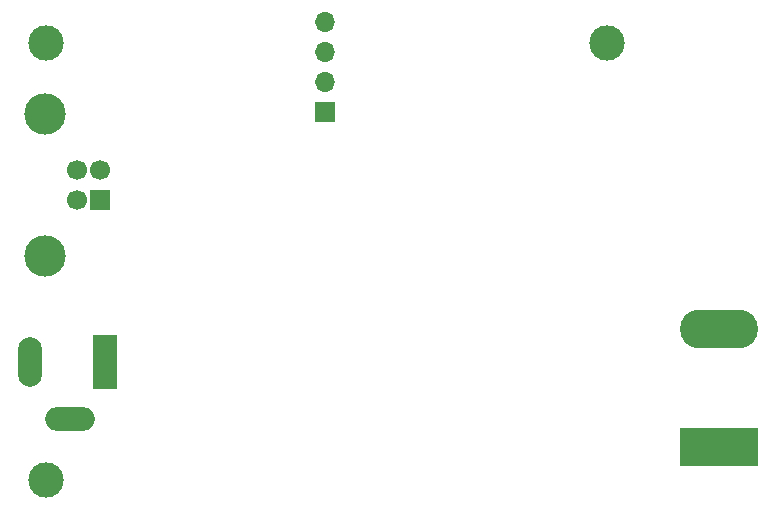
<source format=gbs>
%TF.GenerationSoftware,KiCad,Pcbnew,(6.0.10)*%
%TF.CreationDate,2023-02-17T01:50:23+01:00*%
%TF.ProjectId,base,62617365-2e6b-4696-9361-645f70636258,rev?*%
%TF.SameCoordinates,Original*%
%TF.FileFunction,Soldermask,Bot*%
%TF.FilePolarity,Negative*%
%FSLAX46Y46*%
G04 Gerber Fmt 4.6, Leading zero omitted, Abs format (unit mm)*
G04 Created by KiCad (PCBNEW (6.0.10)) date 2023-02-17 01:50:23*
%MOMM*%
%LPD*%
G01*
G04 APERTURE LIST*
%ADD10C,3.000000*%
%ADD11R,1.700000X1.700000*%
%ADD12C,1.700000*%
%ADD13C,3.500000*%
%ADD14R,6.600000X3.300000*%
%ADD15O,6.600000X3.300000*%
%ADD16R,2.000000X4.600000*%
%ADD17O,2.000000X4.200000*%
%ADD18O,4.200000X2.000000*%
%ADD19O,1.700000X1.700000*%
G04 APERTURE END LIST*
D10*
%TO.C,REF\u002A\u002A*%
X114000000Y-72000000D03*
%TD*%
D11*
%TO.C,J2*%
X118577500Y-85250000D03*
D12*
X118577500Y-82750000D03*
X116577500Y-82750000D03*
X116577500Y-85250000D03*
D13*
X113867500Y-77980000D03*
X113867500Y-90020000D03*
%TD*%
D10*
%TO.C,REF\u002A\u002A*%
X114000000Y-109000000D03*
%TD*%
D14*
%TO.C,J3*%
X171000000Y-106200000D03*
D15*
X171000000Y-96200000D03*
%TD*%
D16*
%TO.C,J1*%
X118950000Y-99000000D03*
D17*
X112650000Y-99000000D03*
D18*
X116050000Y-103800000D03*
%TD*%
D11*
%TO.C,J5*%
X137600000Y-77850000D03*
D19*
X137600000Y-75310000D03*
X137600000Y-72770000D03*
X137600000Y-70230000D03*
%TD*%
D10*
%TO.C,REF\u002A\u002A*%
X161500000Y-72000000D03*
%TD*%
M02*

</source>
